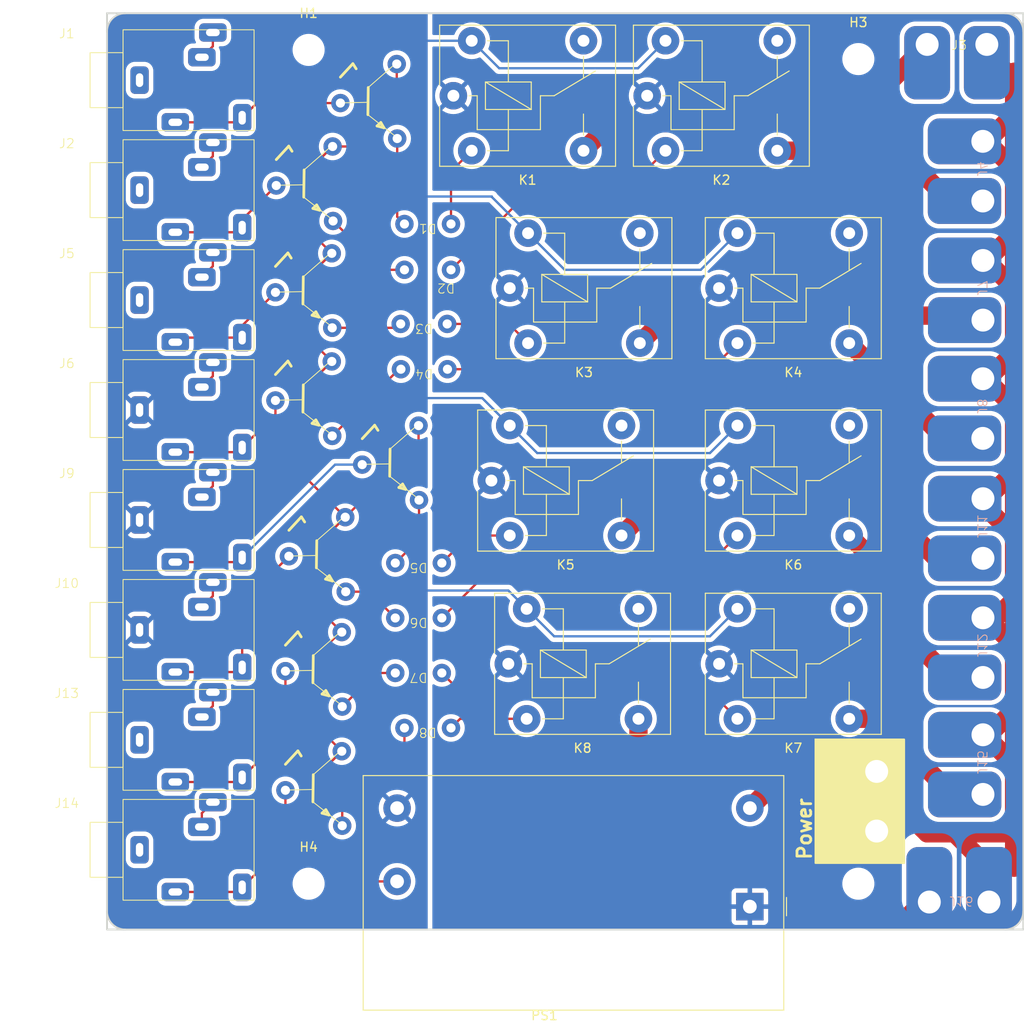
<source format=kicad_pcb>
(kicad_pcb (version 20221018) (generator pcbnew)
  (layers (0 "F.Cu" signal) (31 "B.Cu" signal) (34 "B.Paste" user) (35 "F.Paste" user) (36 "B.SilkS" user "B.Silkscreen") (37 "F.SilkS" user "F.Silkscreen") (38 "B.Mask" user) (39 "F.Mask" user) (44 "Edge.Cuts" user))
  (net 0 "")
  (net 1 "Net-(D1-K)")
  (net 2 "Net-(D1-A)")
  (net 3 "Net-(D2-K)")
  (net 4 "Net-(D2-A)")
  (net 5 "Net-(D3-K)")
  (net 6 "Net-(D3-A)")
  (net 7 "Net-(D4-K)")
  (net 8 "Net-(D4-A)")
  (net 9 "Net-(D5-K)")
  (net 10 "Net-(D5-A)")
  (net 11 "Net-(D6-K)")
  (net 12 "Net-(D6-A)")
  (net 13 "Net-(D7-K)")
  (net 14 "Net-(D7-A)")
  (net 15 "Net-(D8-K)")
  (net 16 "Net-(D8-A)")
  (net 17 "GND")
  (net 18 "Net-(Q1-B)")
  (net 19 "Net-(Q2-B)")
  (net 20 "GND2")
  (net 21 "Net-(Q3-B)")
  (net 22 "Net-(Q4-B)")
  (net 23 "Net-(Q5-B)")
  (net 24 "Net-(Q6-B)")
  (net 25 "Net-(Q7-B)")
  (net 26 "Net-(Q8-B)")
  (net 28 "VAC")
  (net 36 "+3.3V")
  (net 37 "Net-(J8-Pin_1)")
  (net 38 "Net-(J3-Pin_1)")
  (net 39 "Net-(J4-Pin_1)")
  (net 40 "Net-(J7-Pin_1)")
  (net 41 "Net-(J11-Pin_1)")
  (net 42 "Net-(J12-Pin_1)")
  (net 43 "Net-(J15-Pin_1)")
  (net 44 "Net-(J16-Pin_1)")
  (net 46 "unconnected-(J1-PadT)")
  (net 47 "unconnected-(J2-PadT)")
  (net 50 "unconnected-(J5-PadT)")
  (net 51 "unconnected-(J9-PadT)")
  (net 52 "unconnected-(J10-PadT)")
  (net 54 "unconnected-(J13-PadT)")
  (net 56 "unconnected-(J14-PadT)")
  (net 57 "unconnected-(J6-PadT)")
  (footprint "MidiToLight:klinke" (layer "F.Cu") (at 21.15 111.3)
    (fp_text reference "J13" (at -2.54 -5.08 unlocked) (layer "F.SilkS") (effects (font (thickness 0.1))))
    (fp_text value "AudioJack2_Ground")
    (pad "G" thru_hole roundrect (at 5.4 0) (size 2 3) (drill oval 0.8 1.5) (layers "*.Cu" "*.Mask"))
    (pad "S" thru_hole roundrect (at 9.3 4.6) (size 3 2) (drill oval 1.5 0.8) (layers "*.Cu" "*.Mask") (net 25 "Net-(Q7-B)"))
    (pad "S" thru_hole roundrect (at 16.6 4.1) (size 2 3) (drill oval 0.8 1.5) (layers "*.Cu" "*.Mask") (net 25 "Net-(Q7-B)"))
    (pad "T" thru_hole roundrect (at 12.2 -2.5) (size 3 2) (drill oval 1.5 0.8) (property pad_prop_castellated) (layers "*.Cu") (net 54 "unconnected-(J13-PadT)"))
    (pad "T" thru_hole roundrect (at 13.4 -5.2) (size 3 2) (drill oval 1.5 0.8) (layers "*.Cu" "*.Mask") (net 54 "unconnected-(J13-PadT)"))
  )
  (footprint "MidiToLight:Diode" (layer "F.Cu") (at 57.586623 65.906188 180)
    (fp_text reference "D3" (at 0 -0.5 180 unlocked) (layer "F.SilkS") (effects (font (thickness 0.1))))
    (fp_text value "D")
    (pad "1" thru_hole circle (at -2.54 0 180) (size 2 2) (drill 1) (layers "*.Cu" "*.Mask") (net 5 "Net-(D3-K)"))
    (pad "2" thru_hole circle (at 2.54 0 180) (size 2 2) (drill 1) (layers "*.Cu" "*.Mask") (net 6 "Net-(D3-A)"))
  )
  (footprint "MidiToLight:Transistor" (layer "F.Cu") (at 45.38 91.46 180)
    (fp_text reference "Q6" hide)
    (fp_text value "2N2219")
    (pad "1" thru_hole circle (at -3.67 -3.67 180) (size 2 2) (drill 1) (layers "*.Cu" "*.Mask") (net 12 "Net-(D6-A)"))
    (pad "2" thru_hole circle (at 2.53 0.2 180) (size 2 2) (drill 1) (layers "*.Cu" "*.Mask") (net 24 "Net-(Q6-B)"))
    (pad "3" thru_hole circle (at -3.62 4.46 180) (size 2 2) (drill 1) (layers "*.Cu" "*.Mask") (net 36 "+3.3V"))
  )
  (footprint "MidiToLight:klinke" (layer "F.Cu") (at 21.15 99.3)
    (fp_text reference "J10" (at -2.54 -5.08 unlocked) (layer "F.SilkS") (effects (font (thickness 0.1))))
    (fp_text value "AudioJack2_Ground")
    (pad "G" thru_hole roundrect (at 5.4 0) (size 2 3) (drill oval 0.8 1.5) (layers "*.Cu" "*.Mask") (net 17 "GND"))
    (pad "S" thru_hole roundrect (at 9.3 4.6) (size 3 2) (drill oval 1.5 0.8) (layers "*.Cu" "*.Mask") (net 24 "Net-(Q6-B)"))
    (pad "S" thru_hole roundrect (at 16.6 4.1) (size 2 3) (drill oval 0.8 1.5) (layers "*.Cu" "*.Mask") (net 24 "Net-(Q6-B)"))
    (pad "T" thru_hole roundrect (at 12.2 -2.5) (size 3 2) (drill oval 1.5 0.8) (property pad_prop_castellated) (layers "*.Cu") (net 52 "unconnected-(J10-PadT)"))
    (pad "T" thru_hole roundrect (at 13.4 -5.2) (size 3 2) (drill oval 1.5 0.8) (layers "*.Cu" "*.Mask") (net 52 "unconnected-(J10-PadT)"))
  )
  (footprint "MidiToLight:klinke" (layer "F.Cu") (at 21.15 87.3)
    (fp_text reference "J9" (at -2.54 -5.08 unlocked) (layer "F.SilkS") (effects (font (thickness 0.1))))
    (fp_text value "AudioJack2_Ground")
    (pad "G" thru_hole roundrect (at 5.4 0) (size 2 3) (drill oval 0.8 1.5) (layers "*.Cu" "*.Mask") (net 17 "GND"))
    (pad "S" thru_hole roundrect (at 9.3 4.6) (size 3 2) (drill oval 1.5 0.8) (layers "*.Cu" "*.Mask") (net 23 "Net-(Q5-B)"))
    (pad "S" thru_hole roundrect (at 16.6 4.1) (size 2 3) (drill oval 0.8 1.5) (layers "*.Cu" "*.Mask") (net 23 "Net-(Q5-B)"))
    (pad "T" thru_hole roundrect (at 12.2 -2.5) (size 3 2) (drill oval 1.5 0.8) (property pad_prop_castellated) (layers "*.Cu") (net 51 "unconnected-(J9-PadT)"))
    (pad "T" thru_hole roundrect (at 13.4 -5.2) (size 3 2) (drill oval 1.5 0.8) (layers "*.Cu" "*.Mask") (net 51 "unconnected-(J9-PadT)"))
  )
  (footprint "MidiToLight:Connector" (layer "F.Cu") (at 116 36)
    (fp_text reference "J3" (at 0 -0.5 unlocked) (layer "F.SilkS") (effects (font (thickness 0.1))))
    (fp_text value "Conn_01x02_Pin")
    (pad "1" thru_hole roundrect (at -3.49 -0.6 270) (size 8 5) (drill 2.5 (offset 2 0)) (layers "*.Cu" "*.Mask") (net 38 "Net-(J3-Pin_1)"))
    (pad "2" thru_hole roundrect (at 3.02 -0.6 270) (size 8 5) (drill 2.5 (offset 2 0)) (layers "*.Cu" "*.Mask") (net 28 "VAC"))
  )
  (footprint "MidiToLight:Transistor" (layer "F.Cu") (at 44 51 180)
    (fp_text reference "Q2" hide)
    (fp_text value "2N2219")
    (pad "1" thru_hole circle (at -3.67 -3.67 180) (size 2 2) (drill 1) (layers "*.Cu" "*.Mask") (net 4 "Net-(D2-A)"))
    (pad "2" thru_hole circle (at 2.53 0.2 180) (size 2 2) (drill 1) (layers "*.Cu" "*.Mask") (net 19 "Net-(Q2-B)"))
    (pad "3" thru_hole circle (at -3.62 4.46 180) (size 2 2) (drill 1) (layers "*.Cu" "*.Mask") (net 36 "+3.3V"))
  )
  (footprint "MidiToLight:klinke" (layer "F.Cu") (at 21.15 51.3)
    (fp_text reference "J2" (at -2.54 -5.08 unlocked) (layer "F.SilkS") (effects (font (thickness 0.1))))
    (fp_text value "AudioJack2_Ground")
    (pad "G" thru_hole roundrect (at 5.4 0) (size 2 3) (drill oval 0.8 1.5) (layers "*.Cu" "*.Mask"))
    (pad "S" thru_hole roundrect (at 9.3 4.6) (size 3 2) (drill oval 1.5 0.8) (layers "*.Cu" "*.Mask") (net 19 "Net-(Q2-B)"))
    (pad "S" thru_hole roundrect (at 16.6 4.1) (size 2 3) (drill oval 0.8 1.5) (layers "*.Cu" "*.Mask") (net 19 "Net-(Q2-B)"))
    (pad "T" thru_hole roundrect (at 12.2 -2.5) (size 3 2) (drill oval 1.5 0.8) (property pad_prop_castellated) (layers "*.Cu") (net 47 "unconnected-(J2-PadT)"))
    (pad "T" thru_hole roundrect (at 13.4 -5.2) (size 3 2) (drill oval 1.5 0.8) (layers "*.Cu" "*.Mask") (net 47 "unconnected-(J2-PadT)"))
  )
  (footprint "MountingHole:MountingHole_3mm" (layer "F.Cu") (at 45 127)
    (fp_text reference "H4" (at 0 -4) (layer "F.SilkS"))
    (fp_text value "MountingHole")
    (pad "" np_thru_hole circle (at 0 0) (size 3 3) (drill 3) (layers "*.Cu" "*.Mask"))
  )
  (footprint "MidiToLight:Diode" (layer "F.Cu") (at 58 60 180)
    (fp_text reference "D2" (at -2 -2 180 unlocked) (layer "F.SilkS") (effects (font (thickness 0.1))))
    (fp_text value "D")
    (pad "1" thru_hole circle (at -2.54 0 180) (size 2 2) (drill 1) (layers "*.Cu" "*.Mask") (net 3 "Net-(D2-K)"))
    (pad "2" thru_hole circle (at 2.54 0 180) (size 2 2) (drill 1) (layers "*.Cu" "*.Mask") (net 4 "Net-(D2-A)"))
  )
  (footprint "MidiToLight:Relay_SPDT_Finder_36.11" (layer "F.Cu") (at 89.8 83)
    (fp_text reference "K6" (at 8.1 9.2) (layer "F.SilkS"))
    (fp_text value "FINDER-36.11")
    (pad "11" thru_hole circle (at 0 0) (size 3 3) (drill 1.3) (layers "*.Cu" "*.Mask") (net 20 "GND2"))
    (pad "12" thru_hole circle (at 14.2 -6) (size 3 3) (drill 1.3) (layers "*.Cu" "*.Mask"))
    (pad "14" thru_hole circle (at 14.2 6) (size 3 3) (drill 1.3) (layers "*.Cu" "*.Mask") (net 42 "Net-(J12-Pin_1)"))
    (pad "A1" thru_hole circle (at 2 6) (size 3 3) (drill 1.3) (layers "*.Cu" "*.Mask") (net 11 "Net-(D6-K)"))
    (pad "A2" thru_hole circle (at 2 -6) (size 3 3) (drill 1.3) (layers "*.Cu" "*.Mask") (net 17 "GND"))
  )
  (footprint "MidiToLight:Diode" (layer "F.Cu") (at 58 55 180)
    (fp_text reference "D1" (at 0 -0.5 180 unlocked) (layer "F.SilkS") (effects (font (thickness 0.1))))
    (fp_text value "D")
    (pad "1" thru_hole circle (at -2.54 0 180) (size 2 2) (drill 1) (layers "*.Cu" "*.Mask") (net 1 "Net-(D1-K)"))
    (pad "2" thru_hole circle (at 2.54 0 180) (size 2 2) (drill 1) (layers "*.Cu" "*.Mask") (net 2 "Net-(D1-A)"))
  )
  (footprint "MidiToLight:Relay_SPDT_Finder_36.11" (layer "F.Cu") (at 66.8 103)
    (fp_text reference "K8" (at 8.1 9.2) (layer "F.SilkS"))
    (fp_text value "FINDER-36.11")
    (pad "11" thru_hole circle (at 0 0) (size 3 3) (drill 1.3) (layers "*.Cu" "*.Mask") (net 20 "GND2"))
    (pad "12" thru_hole circle (at 14.2 -6) (size 3 3) (drill 1.3) (layers "*.Cu" "*.Mask"))
    (pad "14" thru_hole circle (at 14.2 6) (size 3 3) (drill 1.3) (layers "*.Cu" "*.Mask") (net 44 "Net-(J16-Pin_1)"))
    (pad "A1" thru_hole circle (at 2 6) (size 3 3) (drill 1.3) (layers "*.Cu" "*.Mask") (net 15 "Net-(D8-K)"))
    (pad "A2" thru_hole circle (at 2 -6) (size 3 3) (drill 1.3) (layers "*.Cu" "*.Mask") (net 17 "GND"))
  )
  (footprint "MidiToLight:Relay_SPDT_Finder_36.11" (layer "F.Cu") (at 89.8 103)
    (fp_text reference "K7" (at 8.1 9.2) (layer "F.SilkS"))
    (fp_text value "FINDER-36.11")
    (pad "11" thru_hole circle (at 0 0) (size 3 3) (drill 1.3) (layers "*.Cu" "*.Mask") (net 20 "GND2"))
    (pad "12" thru_hole circle (at 14.2 -6) (size 3 3) (drill 1.3) (layers "*.Cu" "*.Mask"))
    (pad "14" thru_hole circle (at 14.2 6) (size 3 3) (drill 1.3) (layers "*.Cu" "*.Mask") (net 43 "Net-(J15-Pin_1)"))
    (pad "A1" thru_hole circle (at 2 6) (size 3 3) (drill 1.3) (layers "*.Cu" "*.Mask") (net 13 "Net-(D7-K)"))
    (pad "A2" thru_hole circle (at 2 -6) (size 3 3) (drill 1.3) (layers "*.Cu" "*.Mask") (net 17 "GND"))
  )
  (footprint "MidiToLight:Diode" (layer "F.Cu") (at 58 110 180)
    (fp_text reference "D8" (at 0 -0.5 180 unlocked) (layer "F.SilkS") (effects (font (thickness 0.1))))
    (fp_text value "D")
    (pad "1" thru_hole circle (at -2.54 0 180) (size 2 2) (drill 1) (layers "*.Cu" "*.Mask") (net 15 "Net-(D8-K)"))
    (pad "2" thru_hole circle (at 2.54 0 180) (size 2 2) (drill 1) (layers "*.Cu" "*.Mask") (net 16 "Net-(D8-A)"))
  )
  (footprint "MidiToLight:Transistor" (layer "F.Cu") (at 45 104 180)
    (fp_text reference "Q7" hide)
    (fp_text value "2N2219")
    (pad "1" thru_hole circle (at -3.67 -3.67 180) (size 2 2) (drill 1) (layers "*.Cu" "*.Mask") (net 14 "Net-(D7-A)"))
    (pad "2" thru_hole circle (at 2.53 0.2 180) (size 2 2) (drill 1) (layers "*.Cu" "*.Mask") (net 25 "Net-(Q7-B)"))
    (pad "3" thru_hole circle (at -3.62 4.46 180) (size 2 2) (drill 1) (layers "*.Cu" "*.Mask") (net 36 "+3.3V"))
  )
  (footprint "MidiToLight:Relay_SPDT_Finder_36.11" (layer "F.Cu") (at 60.8 41)
    (fp_text reference "K1" (at 8.1 9.2) (layer "F.SilkS"))
    (fp_text value "FINDER-36.11")
    (pad "11" thru_hole circle (at 0 0) (size 3 3) (drill 1.3) (layers "*.Cu" "*.Mask") (net 20 "GND2"))
    (pad "12" thru_hole circle (at 14.2 -6) (size 3 3) (drill 1.3) (layers "*.Cu" "*.Mask"))
    (pad "14" thru_hole circle (at 14.2 6) (size 3 3) (drill 1.3) (layers "*.Cu" "*.Mask") (net 38 "Net-(J3-Pin_1)"))
    (pad "A1" thru_hole circle (at 2 6) (size 3 3) (drill 1.3) (layers "*.Cu" "*.Mask") (net 1 "Net-(D1-K)"))
    (pad "A2" thru_hole circle (at 2 -6) (size 3 3) (drill 1.3) (layers "*.Cu" "*.Mask") (net 17 "GND"))
  )
  (footprint "MidiToLight:Transistor" (layer "F.Cu") (at 43.91 62.66 180)
    (fp_text reference "Q3" hide)
    (fp_text value "2N2219")
    (pad "1" thru_hole circle (at -3.67 -3.67 180) (size 2 2) (drill 1) (layers "*.Cu" "*.Mask") (net 6 "Net-(D3-A)"))
    (pad "2" thru_hole circle (at 2.53 0.2 180) (size 2 2) (drill 1) (layers "*.Cu" "*.Mask") (net 21 "Net-(Q3-B)"))
    (pad "3" thru_hole circle (at -3.62 4.46 180) (size 2 2) (drill 1) (layers "*.Cu" "*.Mask") (net 36 "+3.3V"))
  )
  (footprint "MidiToLight:Relay_SPDT_Finder_36.11" (layer "F.Cu") (at 64.95 83)
    (fp_text reference "K5" (at 8.1 9.2) (layer "F.SilkS"))
    (fp_text value "FINDER-36.11")
    (pad "11" thru_hole circle (at 0 0) (size 3 3) (drill 1.3) (layers "*.Cu" "*.Mask") (net 20 "GND2"))
    (pad "12" thru_hole circle (at 14.2 -6) (size 3 3) (drill 1.3) (layers "*.Cu" "*.Mask"))
    (pad "14" thru_hole circle (at 14.2 6) (size 3 3) (drill 1.3) (layers "*.Cu" "*.Mask") (net 41 "Net-(J11-Pin_1)"))
    (pad "A1" thru_hole circle (at 2 6) (size 3 3) (drill 1.3) (layers "*.Cu" "*.Mask") (net 9 "Net-(D5-K)"))
    (pad "A2" thru_hole circle (at 2 -6) (size 3 3) (drill 1.3) (layers "*.Cu" "*.Mask") (net 17 "GND"))
  )
  (footprint "MidiToLight:Relay_SPDT_Finder_36.11" (layer "F.Cu") (at 66.95 62)
    (fp_text reference "K3" (at 8.1 9.2) (layer "F.SilkS"))
    (fp_text value "FINDER-36.11")
    (pad "11" thru_hole circle (at 0 0) (size 3 3) (drill 1.3) (layers "*.Cu" "*.Mask") (net 20 "GND2"))
    (pad "12" thru_hole circle (at 14.2 -6) (size 3 3) (drill 1.3) (layers "*.Cu" "*.Mask"))
    (pad "14" thru_hole circle (at 14.2 6) (size 3 3) (drill 1.3) (layers "*.Cu" "*.Mask") (net 40 "Net-(J7-Pin_1)"))
    (pad "A1" thru_hole circle (at 2 6) (size 3 3) (drill 1.3) (layers "*.Cu" "*.Mask") (net 5 "Net-(D3-K)"))
    (pad "A2" thru_hole circle (at 2 -6) (size 3 3) (drill 1.3) (layers "*.Cu" "*.Mask") (net 17 "GND"))
  )
  (footprint "MidiToLight:klinke" (layer "F.Cu") (at 21.15 63.3)
    (fp_text reference "J5" (at -2.54 -5.08 unlocked) (layer "F.SilkS") (effects (font (thickness 0.1))))
    (fp_text value "AudioJack2_Ground")
    (pad "G" thru_hole roundrect (at 5.4 0) (size 2 3) (drill oval 0.8 1.5) (layers "*.Cu" "*.Mask"))
    (pad "S" thru_hole roundrect (at 9.3 4.6) (size 3 2) (drill oval 1.5 0.8) (layers "*.Cu" "*.Mask") (net 21 "Net-(Q3-B)"))
    (pad "S" thru_hole roundrect (at 16.6 4.1) (size 2 3) (drill oval 0.8 1.5) (layers "*.Cu" "*.Mask") (net 21 "Net-(Q3-B)"))
    (pad "T" thru_hole roundrect (at 12.2 -2.5) (size 3 2) (drill oval 1.5 0.8) (property pad_prop_castellated) (layers "*.Cu") (net 50 "unconnected-(J5-PadT)"))
    (pad "T" thru_hole roundrect (at 13.4 -5.2) (size 3 2) (drill oval 1.5 0.8) (layers "*.Cu" "*.Mask") (net 50 "unconnected-(J5-PadT)"))
  )
  (footprint "MidiToLight:klinke" (layer "F.Cu") (at 21.15 75.3)
    (fp_text reference "J6" (at -2.54 -5.08 unlocked) (layer "F.SilkS") (effects (font (thickness 0.1))))
    (fp_text value "AudioJack2_Ground")
    (pad "G" thru_hole roundrect (at 5.4 0) (size 2 3) (drill oval 0.8 1.5) (layers "*.Cu" "*.Mask") (net 17 "GND"))
    (pad "S" thru_hole roundrect (at 9.3 4.6) (size 3 2) (drill oval 1.5 0.8) (layers "*.Cu" "*.Mask") (net 22 "Net-(Q4-B)"))
    (pad "S" thru_hole roundrect (at 16.6 4.1) (size 2 3) (drill oval 0.8 1.5) (layers "*.Cu" "*.Mask") (net 22 "Net-(Q4-B)"))
    (pad "T" thru_hole roundrect (at 12.2 -2.5) (size 3 2) (drill oval 1.5 0.8) (property pad_prop_castellated) (layers "*.Cu") (net 57 "unconnected-(J6-PadT)"))
    (pad "T" thru_hole roundrect (at 13.4 -5.2) (size 3 2) (drill oval 1.5 0.8) (layers "*.Cu" "*.Mask") (net 57 "unconnected-(J6-PadT)"))
  )
  (footprint "MountingHole:MountingHole_3mm" (layer "F.Cu") (at 45 36)
    (fp_text reference "H1" (at 0 -4) (layer "F.SilkS"))
    (fp_text value "MountingHole")
    (pad "" np_thru_hole circle (at 0 0) (size 3 3) (drill 3) (layers "*.Cu" "*.Mask"))
  )
  (footprint "MidiToLight:Diode" (layer "F.Cu") (at 57 104 180)
    (fp_text reference "D7" (at 0 -0.5 180 unlocked) (layer "F.SilkS") (effects (font (thickness 0.1))))
    (fp_text value "D")
    (pad "1" thru_hole circle (at -2.54 0 180) (size 2 2) (drill 1) (layers "*.Cu" "*.Mask") (net 13 "Net-(D7-K)"))
    (pad "2" thru_hole circle (at 2.54 0 180) (size 2 2) (drill 1) (layers "*.Cu" "*.Mask") (net 14 "Net-(D7-A)"))
  )
  (footprint "MidiToLight:Diode" (layer "F.Cu") (at 57 92 180)
    (fp_text reference "D5" (at 0 -0.5 180 unlocked) (layer "F.SilkS") (effects (font (thickness 0.1))))
    (fp_text value "D")
    (pad "1" thru_hole circle (at -2.54 0 180) (size 2 2) (drill 1) (layers "*.Cu" "*.Mask") (net 9 "Net-(D5-K)"))
    (pad "2" thru_hole circle (at 2.54 0 180) (size 2 2) (drill 1) (layers "*.Cu" "*.Mask") (net 10 "Net-(D5-A)"))
  )
  (footprint "MidiToLight:Relay_SPDT_Finder_36.11" (layer "F.Cu") (at 81.95 41)
    (fp_text reference "K2" (at 8.1 9.2) (layer "F.SilkS"))
    (fp_text value "FINDER-36.11")
    (pad "11" thru_hole circle (at 0 0) (size 3 3) (drill 1.3) (layers "*.Cu" "*.Mask") (net 20 "GND2"))
    (pad "12" thru_hole circle (at 14.2 -6) (size 3 3) (drill 1.3) (layers "*.Cu" "*.Mask"))
    (pad "14" thru_hole circle (at 14.2 6) (size 3 3) (drill 1.3) (layers "*.Cu" "*.Mask") (net 39 "Net-(J4-Pin_1)"))
    (pad "A1" thru_hole circle (at 2 6) (size 3 3) (drill 1.3) (layers "*.Cu" "*.Mask") (net 3 "Net-(D2-K)"))
    (pad "A2" thru_hole circle (at 2 -6) (size 3 3) (drill 1.3) (layers "*.Cu" "*.Mask") (net 17 "GND"))
  )
  (footprint "MidiToLight:klinke" (layer "F.Cu") (at 21.15 39.3)
    (fp_text reference "J1" (at -2.54 -5.08 unlocked) (layer "F.SilkS") (effects (font (thickness 0.1))))
    (fp_text value "AudioJack2_Ground")
    (pad "G" thru_hole roundrect (at 5.4 0) (size 2 3) (drill oval 0.8 1.5) (layers "*.Cu" "*.Mask"))
    (pad "S" thru_hole roundrect (at 9.3 4.6) (size 3 2) (drill oval 1.5 0.8) (layers "*.Cu" "*.Mask") (net 18 "Net-(Q1-B)"))
    (pad "S" thru_hole roundrect (at 16.6 4.1) (size 2 3) (drill oval 0.8 1.5) (layers "*.Cu" "*.Mask") (net 18 "Net-(Q1-B)"))
    (pad "T" thru_hole roundrect (at 12.2 -2.5) (size 3 2) (drill oval 1.5 0.8) (property pad_prop_castellated) (layers "*.Cu") (net 46 "unconnected-(J1-PadT)"))
    (pad "T" thru_hole roundrect (at 13.4 -5.2) (size 3 2) (drill oval 1.5 0.8) (layers "*.Cu" "*.Mask") (net 46 "unconnected-(J1-PadT)"))
  )
  (footprint "MidiToLight:Diode" (layer "F.Cu") (at 57.615502 70.848713 180)
    (fp_text reference "D4" (at 0 -0.5 180 unlocked) (layer "F.SilkS") (effects (font (thickness 0.1))))
    (fp_text value "D")
    (pad "1" thru_hole circle (at -2.54 0 180) (size 2 2) (drill 1) (layers "*.Cu" "*.Mask") (net 7 "Net-(D4-K)"))
    (pad "2" thru_hole circle (at 2.54 0 180) (size 2 2) (drill 1) (layers "*.Cu" "*.Mask") (net 8 "Net-(D4-A)"))
  )
  (footprint "MidiToLight:Transistor" (layer "F.Cu") (at 51 42 180)
    (fp_text reference "Q1" hide)
    (fp_text value "2N2219")
    (pad "1" thru_hole circle (at -3.67 -3.67 180) (size 2 2) (drill 1) (layers "*.Cu" "*.Mask") (net 2 "Net-(D1-A)"))
    (pad "2" thru_hole circle (at 2.53 0.2 180) (size 2 2) (drill 1) (layers "*.Cu" "*.Mask") (net 18 "Net-(Q1-B)"))
    (pad "3" thru_hole circle (at -3.62 4.46 180) (size 2 2) (drill 1) (layers "*.Cu" "*.Mask") (net 36 "+3.3V"))
  )
  (footprint "MidiToLight:Connector" (layer "F.Cu") (at 106.4 118.235 -90)
    (fp_text reference "J17" (at 0 -0.5 -90 unlocked) (layer "F.SilkS") (effects (font (thickness 0.1))))
    (fp_text value "Conn_01x02_Pin")
    (pad "1" thru_hole roundrect (at -3.49 -0.6 180) (size 8 5) (drill 2.5 (offset 2 0)) (layers "*.Cu" "*.Mask") (net 28 "VAC"))
    (pad "2" thru_hole roundrect (at 3.02 -0.6 180) (size 8 5) (drill 2.5 (offset 2 0)) (layers "*.Cu" "*.Mask") (net 20 "GND2"))
  )
  (footprint "MidiToLight:Transistor" (layer "F.Cu") (at 53.38 81.46 180)
    (fp_text reference "Q5" hide)
    (fp_text value "2N2219")
    (pad "1" thru_hole circle (at -3.67 -3.67 180) (size 2 2) (drill 1) (layers "*.Cu" "*.Mask") (net 10 "Net-(D5-A)"))
    (pad "2" thru_hole circle (at 2.53 0.2 180) (size 2 2) (drill 1) (layers "*.Cu" "*.Mask") (net 23 "Net-(Q5-B)"))
    (pad "3" thru_hole circle (at -3.62 4.46 180) (size 2 2) (drill 1) (layers "*.Cu" "*.Mask") (net 36 "+3.3V"))
  )
  (footprint "MidiToLight:Diode" (layer "F.Cu") (at 57 98 180)
    (fp_text reference "D6" (at 0 -0.5 180 unlocked) (layer "F.SilkS") (effects (font (thickness 0.1))))
    (fp_text value "D")
    (pad "1" thru_hole circle (at -2.54 0 180) (size 2 2) (drill 1) (layers "*.Cu" "*.Mask") (net 11 "Net-(D6-K)"))
    (pad "2" thru_hole circle (at 2.54 0 180) (size 2 2) (drill 1) (layers "*.Cu" "*.Mask") (net 12 "Net-(D6-A)"))
  )
  (footprint "MidiToLight:klinke" (layer "F.Cu") (at 21.15 123.3)
    (fp_text reference "J14" (at -2.54 -5.08 unlocked) (layer "F.SilkS") (effects (font (thickness 0.1))))
    (fp_text value "AudioJack2_Ground")
    (pad "G" thru_hole roundrect (at 5.4 0) (size 2 3) (drill oval 0.8 1.5) (layers "*.Cu" "*.Mask"))
    (pad "S" thru_hole roundrect (at 9.3 4.6) (size 3 2) (drill oval 1.5 0.8) (layers "*.Cu" "*.Mask") (net 26 "Net-(Q8-B)"))
    (pad "S" thru_hole roundrect (at 16.6 4.1) (size 2 3) (drill oval 0.8 1.5) (layers "*.Cu" "*.Mask") (net 26 "Net-(Q8-B)"))
    (pad "T" thru_hole roundrect (at 12.2 -2.5) (size 3 2) (drill oval 1.5 0.8) (property pad_prop_castellated) (layers "*.Cu") (net 56 "unconnected-(J14-PadT)"))
    (pad "T" thru_hole roundrect (at 13.4 -5.2) (size 3 2) (drill oval 1.5 0.8) (layers "*.Cu" "*.Mask") (net 56 "unconnected-(J14-PadT)"))
  )
  (footprint "MountingHole:MountingHole_3mm" (layer "F.Cu") (at 105 127)
    (fp_text reference "H2" (at 0 -4) (layer "F.SilkS"))
    (fp_text value "MountingHole")
    (pad "" np_thru_hole circle (at 0 0) (size 3 3) (drill 3) (layers "*.Cu" "*.Mask"))
  )
  (footprint "MidiToLight:Relay_SPDT_Finder_36.11" (layer "F.Cu") (at 89.8 62)
    (fp_text reference "K4" (at 8.1 9.2) (layer "F.SilkS"))
    (fp_text value "FINDER-36.11")
    (pad "11" thru_hole circle (at 0 0) (size 3 3) (drill 1.3) (layers "*.Cu" "*.Mask") (net 20 "GND2"))
    (pad "12" thru_hole circle (at 14.2 -6) (size 3 3) (drill 1.3) (layers "*.Cu" "*.Mask"))
    (pad "14" thru_hole circle (at 14.2 6) (size 3 3) (drill 1.3) (layers "*.Cu" "*.Mask") (net 37 "Net-(J8-Pin_1)"))
    (pad "A1" thru_hole circle (at 2 6) (size 3 3) (drill 1.3) (layers "*.Cu" "*.Mask") (net 7 "Net-(D4-K)"))
    (pad "A2" thru_hole circle (at 2 -6) (size 3 3) (drill 1.3) (layers "*.Cu" "*.Mask") (net 17 "GND"))
  )
  (footprint "MidiToLight:Transistor" (layer "F.Cu") (at 45 117 180)
    (fp_text reference "Q8" hide)
    (fp_text value "2N2219")
    (pad "1" thru_hole circle (at -3.67 -3.67 180) (size 2 2) (drill 1) (layers "*.Cu" "*.Mask") (net 16 "Net-(D8-A)"))
    (pad "2" thru_hole circle (at 2.53 0.2 180) (size 2 2) (drill 1) (layers "*.Cu" "*.Mask") (net 26 "Net-(Q8-B)"))
    (pad "3" thru_hole circle (at -3.62 4.46 180) (size 2 2) (drill 1) (layers "*.Cu" "*.Mask") (net 36 "+3.3V"))
  )
  (footprint "MountingHole:MountingHole_3mm" (layer "F.Cu") (at 105 37)
    (fp_text reference "H3" (at 0 -4) (layer "F.SilkS"))
    (fp_text value "MountingHole")
    (pad "" np_thru_hole circle (at 0 0) (size 3 3) (drill 3) (layers "*.Cu" "*.Mask"))
  )
  (footprint "MidiToLight:Transistor" (layer "F.Cu") (at 43.91 74.46 180)
    (fp_text reference "Q4" hide)
    (fp_text value "2N2219")
    (pad "1" thru_hole circle (at -3.67 -3.67 180) (size 2 2) (drill 1) (layers "*.Cu" "*.Mask") (net 8 "Net-(D4-A)"))
    (pad "2" thru_hole circle (at 2.53 0.2 180) (size 2 2) (drill 1) (layers "*.Cu" "*.Mask") (net 22 "Net-(Q4-B)"))
    (pad "3" thru_hole circle (at -3.62 4.46 180) (size 2 2) (drill 1) (layers "*.Cu" "*.Mask") (net 36 "+3.3V"))
  )
  (footprint "MidiToLight:Converter_ACDC_MeanWell_IRM-05-xx_THT" (layer "F.Cu") (at 93.1575 129.5 180)
    (fp_text reference "PS1" (at 22.42 -11.88) (layer "F.SilkS"))
    (fp_text value "IRM-10-5")
    (pad "1" thru_hole rect (at 0 0 180) (size 3 3) (drill 1.5) (layers "*.Cu" "*.Mask") (net 20 "GND2"))
    (pad "2" thru_hole circle (at 0 10.75 180) (size 3 3) (drill 1.5) (layers "*.Cu" "*.Mask") (net 28 "VAC"))
    (pad "3" thru_hole circle (at 38.5 10.75 180) (size 3 3) (drill 1.5) (layers "*.Cu" "*.Mask") (net 17 "GND"))
    (pad "4" thru_hole circle (at 38.5 2.75 180) (size 3 3) (drill 1.5) (layers "*.Cu" "*.Mask") (net 36 "+3.3V"))
  )
  (footprint "MidiToLight:Connector" (layer "B.Cu") (at 118 113.765 90)
    (fp_text reference "J15" (at 0 0.5 270 unlocked) (layer "B.SilkS") (effects (font (thickness 0.1)) (justify mirror)))
    (fp_text value "Conn_01x02_Pin")
    (pad "1" thru_hole roundrect (at -3.49 0.6 180) (size 8 5) (drill 2.5 (offset 2 0)) (layers "*.Cu" "*.Mask") (net 43 "Net-(J15-Pin_1)"))
    (pad "2" thru_hole roundrect (at 3.02 0.6 180) (size 8 5) (drill 2.5 (offset 2 0)) (layers "*.Cu" "*.Mask") (net 28 "VAC"))
  )
  (footprint "MidiToLight:Connector" (layer "B.Cu") (at 117.984077 48.997134 90)
    (fp_text reference "J4" (at 0 0.5 270 unlocked) (layer "B.SilkS") (effects (font (thickness 0.1)) (justify mirror)))
    (fp_text value "Conn_01x02_Pin")
    (pad "1" thru_hole roundrect (at -3.49 0.6 180) (size 8 5) (drill 2.5 (offset 2 0)) (layers "*.Cu" "*.Mask") (net 39 "Net-(J4-Pin_1)"))
    (pad "2" thru_hole roundrect (at 3.02 0.6 180) (size 8 5) (drill 2.5 (offset 2 0)) (layers "*.Cu" "*.Mask") (net 28 "VAC"))
  )
  (footprint "MidiToLight:Connector" (layer "B.Cu") (at 117.982725 74.90691 90)
    (fp_text reference "J8" (at 0 0.5 270 unlocked) (layer "B.SilkS") (effects (font (thickness 0.1)) (justify mirror)))
    (fp_text value "Conn_01x02_Pin")
    (pad "1" thru_hole roundrect (at -3.49 0.6 180) (size 8 5) (drill 2.5 (offset 2 0)) (layers "*.Cu" "*.Mask") (net 37 "Net-(J8-Pin_1)"))
    (pad "2" thru_hole roundrect (at 3.02 0.6 180) (size 8 5) (drill 2.5 (offset 2 0)) (layers "*.Cu" "*.Mask") (net 28 "VAC"))
  )
  (footprint "MidiToLight:Connector" (layer "B.Cu") (at 118 101 90)
    (fp_text reference "J12" (at 0 0.5 270 unlocked) (layer "B.SilkS") (effects (font (thickness 0.1)) (justify mirror)))
    (fp_text value "Conn_01x02_Pin")
    (pad "1" thru_hole roundrect (at -3.49 0.6 180) (size 8 5) (drill 2.5 (offset 2 0)) (layers "*.Cu" "*.Mask") (net 42 "Net-(J12-Pin_1)"))
    (pad "2" thru_hole roundrect (at 3.02 0.6 180) (size 8 5) (drill 2.5 (offset 2 0)) (layers "*.Cu" "*.Mask") (net 28 "VAC"))
  )
  (footprint "MidiToLight:Connector" (layer "B.Cu") (at 118 88 90)
    (fp_text reference "J11" (at 0 0.5 270 unlocked) (layer "B.SilkS") (effects (font (thickness 0.1)) (justify mirror)))
    (fp_text value "Conn_01x02_Pin")
    (pad "1" thru_hole roundrect (at -3.49 0.6 180) (size 8 5) (drill 2.5 (offset 2 0)) (layers "*.Cu" "*.Mask") (net 41 "Net-(J11-Pin_1)"))
    (pad "2" thru_hole roundrect (at 3.02 0.6 180) (size 8 5) (drill 2.5 (offset 2 0)) (layers "*.Cu" "*.Mask") (net 28 "VAC"))
  )
  (footprint "MidiToLight:Connector" (layer "B.Cu") (at 118 62 90)
    (fp_text reference "J7" (at 0 0.5 270 unlocked) (layer "B.SilkS") (effects (font (thickness 0.1)) (justify mirror)))
    (fp_text value "Conn_01x02_Pin")
    (pad "1" thru_hole roundrect (at -3.49 0.6 180) (size 8 5) (drill 2.5 (offset 2 0)) (layers "*.Cu" "*.Mask") (net 40 "Net-(J7-Pin_1)"))
    (pad "2" thru_hole roundrect (at 3.02 0.6 180) (size 8 5) (drill 2.5 (offset 2 0)) (layers "*.Cu" "*.Mask") (net 28 "VAC"))
  )
  (footprint "MidiToLight:Connector" (layer "B.Cu") (at 116.235 128.4)
    (fp_text reference "J16" (at 0 0.5 180 unlocked) (layer "B.SilkS") (effects (font (thickness 0.1)) (justify mirror)))
    (fp_text value "Conn_01x02_Pin")
    (pad "1" thru_hole roundrect (at -3.49 0.6 90) (size 8 5) (drill 2.5 (offset 2 0)) (layers "*.Cu" "*.Mask") (net 44 "Net-(J16-Pin_1)"))
    (pad "2" thru_hole roundrect (at 3.02 0.6 90) (size 8 5) (drill 2.5 (offset 2 0)) (layers "*.Cu" "*.Mask") (net 28 "VAC"))
  )
  (gr_rect (start 100.320142 111.257459) (end 110 124.742541) (stroke (width 0.2)) (fill solid) (layer "F.SilkS"))
  (gr_arc (start 23 34) (mid 23.585786 32.585786) (end 25 32) (stroke (width 0.2)) (layer "Edge.Cuts"))
  (gr_arc (start 123 130) (mid 122.414214 131.414214) (end 121 132) (stroke (width 0.2)) (layer "Edge.Cuts"))
  (gr_arc (start 121 32) (mid 122.414214 32.585786) (end 123 34) (stroke (width 0.2)) (layer "Edge.Cuts"))
  (gr_arc (start 25 132) (mid 23.585786 131.414214) (end 23 130) (stroke (width 0.2)) (layer "Edge.Cuts"))
  (gr_rect (start 23 32) (end 123 132) (stroke (width 0.2)) (fill none) (layer "Edge.Cuts"))
  (gr_text "Power" (at 100 124.538108 90) (layer "F.SilkS") (effects (font (size 1.5 1.5) (thickness 0.3) bold) (justify left bottom)))
  (segment (start 60.54 55) (end 60.54 49.26) (width 0.25) (layer "F.Cu") (net 1))
  (segment (start 60.54 49.26) (end 62.8 47) (width 0.25) (layer "F.Cu") (net 1))
  (segment (start 54.67 54.21) (end 55.46 55) (width 0.25) (layer "F.Cu") (net 2))
  (segment (start 54.67 45.67) (end 54.67 54.21) (width 0.25) (layer "F.Cu") (net 2))
  (segment (start 69.54 51) (end 60.54 60) (width 0.25) (layer "F.Cu") (net 3))
  (segment (start 80 51) (end 69.54 51) (width 0.25) (layer "F.Cu") (net 3))
  (segment (start 83.95 47) (end 80 50.95) (width 0.25) (layer "F.Cu") (net 3))
  (segment (start 80 50.95) (end 80 51) (width 0.25) (layer "F.Cu") (net 3))
  (segment (start 53 60) (end 55.46 60) (width 0.25) (layer "F.Cu") (net 4))
  (segment (start 47.67 54.67) (end 53 60) (width 0.25) (layer "F.Cu") (net 4))
  (segment (start 66.856188 65.906188) (end 68.95 68) (width 0.25) (layer "F.Cu") (net 5))
  (segment (start 60.126623 65.906188) (end 66.856188 65.906188) (width 0.25) (layer "F.Cu") (net 5))
  (segment (start 47.58 66.33) (end 54.622811 66.33) (width 0.25) (layer "F.Cu") (net 6))
  (segment (start 54.622811 66.33) (end 55.046623 65.906188) (width 0.25) (layer "F.Cu") (net 6))
  (segment (start 91.8 68) (end 88.951287 70.848713) (width 0.25) (layer "F.Cu") (net 7))
  (segment (start 88.951287 70.848713) (end 60.155502 70.848713) (width 0.25) (layer "F.Cu") (net 7))
  (segment (start 47.58 78.13) (end 54.861287 70.848713) (width 0.25) (layer "F.Cu") (net 8))
  (segment (start 54.861287 70.848713) (end 55.075502 70.848713) (width 0.25) (layer "F.Cu") (net 8))
  (segment (start 59.54 92) (end 62.54 89) (width 0.25) (layer "F.Cu") (net 9))
  (segment (start 62.54 89) (end 66.95 89) (width 0.25) (layer "F.Cu") (net 9))
  (segment (start 57.05 85.13) (end 57.05 89.41) (width 0.25) (layer "F.Cu") (net 10))
  (segment (start 57.05 89.41) (end 54.46 92) (width 0.25) (layer "F.Cu") (net 10))
  (segment (start 91.8 89) (end 88 92.8) (width 0.25) (layer "F.Cu") (net 11))
  (segment (start 88 93) (end 64.54 93) (width 0.25) (layer "F.Cu") (net 11))
  (segment (start 64.54 93) (end 59.54 98) (width 0.25) (layer "F.Cu") (net 11))
  (segment (start 88 92.8) (end 88 93) (width 0.25) (layer "F.Cu") (net 11))
  (segment (start 51.59 95.13) (end 54.46 98) (width 0.25) (layer "F.Cu") (net 12))
  (segment (start 49.05 95.13) (end 51.59 95.13) (width 0.25) (layer "F.Cu") (net 12))
  (segment (start 61.54 106) (end 59.54 104) (width 0.25) (layer "F.Cu") (net 13))
  (segment (start 88.8 106) (end 61.54 106) (width 0.25) (layer "F.Cu") (net 13))
  (segment (start 91.8 109) (end 88.8 106) (width 0.25) (layer "F.Cu") (net 13))
  (segment (start 48.67 107.67) (end 52.34 104) (width 0.25) (layer "F.Cu") (net 14))
  (segment (start 52.34 104) (end 54.46 104) (width 0.25) (layer "F.Cu") (net 14))
  (segment (start 61.54 109) (end 60.54 110) (width 0.25) (layer "F.Cu") (net 15))
  (segment (start 68.8 109) (end 61.54 109) (width 0.25) (layer "F.Cu") (net 15))
  (segment (start 55.46 111.54) (end 48.67 118.33) (width 0.25) (layer "F.Cu") (net 16))
  (segment (start 48.67 118.33) (end 48.67 120.67) (width 0.25) (layer "F.Cu") (net 16))
  (segment (start 55.46 110) (end 55.46 111.54) (width 0.25) (layer "F.Cu") (net 16))
  (segment (start 88.8 100) (end 71.8 100) (width 0.25) (layer "B.Cu") (net 17))
  (segment (start 88.8 80) (end 69.95 80) (width 0.25) (layer "B.Cu") (net 17))
  (segment (start 71.8 100) (end 68.8 97) (width 0.25) (layer "B.Cu") (net 17))
  (segment (start 65 52.05) (end 65 52) (width 0.25) (layer "B.Cu") (net 17))
  (segment (start 68.8 97) (end 66.8 95) (width 0.25) (layer "B.Cu") (net 17))
  (segment (start 83.95 35) (end 80.95 38) (width 0.25) (layer "B.Cu") (net 17))
  (segment (start 66.95 77) (end 63.95 74) (width 0.25) (layer "B.Cu") (net 17))
  (segment (start 65.8 38) (end 62.8 35) (width 0.25) (layer "B.Cu") (net 17))
  (segment (start 91.8 77) (end 88.8 80) (width 0.25) (layer "B.Cu") (net 17))
  (segment (start 63.95 74) (end 56 74) (width 0.25) (layer "B.Cu") (net 17))
  (segment (start 68.95 56) (end 65 52.05) (width 0.25) (layer "B.Cu") (net 17))
  (segment (start 62.8 35) (end 57 35) (width 0.25) (layer "B.Cu") (net 17))
  (segment (start 80.95 38) (end 65.8 38) (width 0.25) (layer "B.Cu") (net 17))
  (segment (start 66.8 95) (end 56 95) (width 0.25) (layer "B.Cu") (net 17))
  (segment (start 65 52) (end 55 52) (width 0.25) (layer "B.Cu") (net 17))
  (segment (start 69.95 80) (end 66.95 77) (width 0.25) (layer "B.Cu") (net 17))
  (segment (start 91.8 56) (end 87.8 60) (width 0.25) (layer "B.Cu") (net 17))
  (segment (start 91.8 97) (end 88.8 100) (width 0.25) (layer "B.Cu") (net 17))
  (segment (start 87.8 60) (end 72.95 60) (width 0.25) (layer "B.Cu") (net 17))
  (segment (start 72.95 60) (end 68.95 56) (width 0.25) (layer "B.Cu") (net 17))
  (segment (start 37.25 43.9) (end 30.45 43.9) (width 0.25) (layer "F.Cu") (net 18))
  (segment (start 37.75 43.4) (end 37.25 43.9) (width 0.25) (layer "F.Cu") (net 18))
  (segment (start 48.47 41.8) (end 39.35 41.8) (width 0.25) (layer "F.Cu") (net 18))
  (segment (start 39.35 41.8) (end 37.75 43.4) (width 0.25) (layer "F.Cu") (net 18))
  (segment (start 37.75 55.4) (end 37.25 55.9) (width 0.25) (layer "F.Cu") (net 19))
  (segment (start 37.75 55.4) (end 37.75 54.52) (width 0.25) (layer "F.Cu") (net 19))
  (segment (start 37.75 54.52) (end 41.47 50.8) (width 0.25) (layer "F.Cu") (net 19))
  (segment (start 37.25 55.9) (end 30.45 55.9) (width 0.25) (layer "F.Cu") (net 19))
  (segment (start 37.75 66.09) (end 37.75 67.4) (width 0.25) (layer "F.Cu") (net 21))
  (segment (start 41.38 62.46) (end 37.75 66.09) (width 0.25) (layer "F.Cu") (net 21))
  (segment (start 37.75 67.4) (end 30.95 67.4) (width 0.25) (layer "F.Cu") (net 21))
  (segment (start 30.95 67.4) (end 30.45 67.9) (width 0.25) (layer "F.Cu") (net 21))
  (segment (start 41.38 75.77) (end 41.38 74.26) (width 0.25) (layer "F.Cu") (net 22))
  (segment (start 37.25 79.9) (end 37.75 79.4) (width 0.25) (layer "F.Cu") (net 22))
  (segment (start 37.75 79.4) (end 41.38 75.77) (width 0.25) (layer "F.Cu") (net 22))
  (segment (start 30.45 79.9) (end 37.25 79.9) (width 0.25) (layer "F.Cu") (net 22))
  (segment (start 37.25 91.9) (end 30.45 91.9) (width 0.25) (layer "F.Cu") (net 23))
  (segment (start 37.75 91.4) (end 37.25 91.9) (width 0.25) (layer "F.Cu") (net 23))
  (segment (start 50.85 81.26) (end 47.89 81.26) (width 0.25) (layer "B.Cu") (net 23))
  (segment (start 47.89 81.26) (end 37.75 91.4) (width 0.25) (layer "B.Cu") (net 23))
  (segment (start 37.75 103.4) (end 37.25 103.9) (width 0.25) (layer "F.Cu") (net 24))
  (segment (start 42.85 91.26) (end 37.75 96.36) (width 0.25) (layer "F.Cu") (net 24))
  (segment (start 37.25 103.9) (end 30.45 103.9) (width 0.25) (layer "F.Cu") (net 24))
  (segment (start 37.75 96.36) (end 37.75 103.4) (width 0.25) (layer "F.Cu") (net 24))
  (segment (start 30.45 115.9) (end 37.25 115.9) (width 0.25) (layer "F.Cu") (net 25))
  (segment (start 42.47 110.68) (end 37.75 115.4) (width 0.25) (layer "F.Cu") (net 25))
  (segment (start 42.47 103.8) (end 42.47 110.68) (width 0.25) (layer "F.Cu") (net 25))
  (segment (start 37.25 115.9) (end 37.75 115.4) (width 0.25) (layer "F.Cu") (net 25))
  (segment (start 42.47 116.8) (end 42.47 122.68) (width 0.25) (layer "F.Cu") (net 26))
  (segment (start 37.25 127.9) (end 37.75 127.4) (width 0.25) (layer "F.Cu") (net 26))
  (segment (start 30.45 127.9) (end 37.25 127.9) (width 0.25) (layer "F.Cu") (net 26))
  (segment (start 42.47 122.68) (end 37.75 127.4) (width 0.25) (layer "F.Cu") (net 26))
  (segment (start 122 68) (end 122 63) (width 2) (layer "F.Cu") (net 28))
  (segment (start 118.745 110.745) (end 115 110.745) (width 0.25) (layer "F.Cu") (net 28))
  (segment (start 107.745 114.745) (end 107 114.745) (width 0.76) (layer "F.Cu") (net 28))
  (segment (start 107 114.745) (end 97.1625 114.745) (width 2) (layer "F.Cu") (net 28))
  (segment (start 112.5 121.5) (end 115.5 121.5) (width 2) (layer "F.Cu") (net 28))
  (segment (start 122 125.255) (end 119.255 128) (width 0.762) (layer "F.Cu") (net 28))
  (segment (start 122 43) (end 122 38.38) (width 2) (layer "F.Cu") (net 28))
  (segment (start 115.02 71.98) (end 115 72) (width 0.762) (layer "F.Cu") (net 28))
  (segment (start 122 81) (end 122 76) (width 2) (layer "F.Cu") (net 28))
  (segment (start 119 72) (end 122 69) (width 2) (layer "F.Cu") (net 28))
  (segment (start 119.255 110.745) (end 122 108) (width 2) (layer "F.Cu") (net 28))
  (segment (start 122 49) (end 119 46) (width 2) (layer "F.Cu") (net 28))
  (segment (start 122 121) (end 122 125.255) (width 2) (layer "F.Cu") (net 28))
  (segment (start 118.745 110.745) (end 118.6 110.745) (width 0.762) (layer "F.Cu") (net 28))
  (segment (start 115.5 121.5) (end 119.255 125.255) (width 2) (layer "F.Cu") (net 28))
  (segment (start 122 108) (end 122 101) (width 2) (layer "F.Cu") (net 28))
  (segment (start 97.1625 114.745) (end 93.1575 118.75) (width 2) (layer "F.Cu") (net 28))
  (segment (start 122 101) (end 122 96) (width 2) (layer "F.Cu") (net 28))
  (segment (start 119.255 125.255) (end 119.255 128) (width 0.76) (layer "F.Cu") (net 28))
  (segment (start 115.5 121.5) (end 121.5 121.5) (width 2) (layer "F.Cu") (net 28))
  (segment (start 118.6 71.98) (end 115.02 71.98) (width 0.762) (layer "F.Cu") (net 28))
  (segment (start 122 114) (end 122 121) (width 2) (layer "F.Cu") (net 28))
  (segment (start 122 56) (end 122 63) (width 2) (layer "F.Cu") (net 28))
  (segment (start 122 68) (end 122 76) (width 2) (layer "F.Cu") (net 28))
  (segment (start 119 59) (end 122 56) (width 2) (layer "F.Cu") (net 28))
  (segment (start 122 114) (end 118.745 110.745) (width 2) (layer "F.Cu") (net 28))
  (segment (start 122 63) (end 122 62) (width 0.762) (layer "F.Cu") (net 28))
  (segment (start 122 49) (end 122 43) (width 2) (layer "F.Cu") (net 28))
  (segment (start 112 121) (end 112.5 121.5) (width 2) (layer "F.Cu") (net 28))
  (segment (start 122 101) (end 119 98) (width 2) (layer "F.Cu") (net 28))
  (segment (start 122 82) (end 122 81) (width 0.762) (layer "F.Cu") (net 28))
  (segment (start 119 46) (end 115 46) (width 0.76) (layer "F.Cu") (net 28))
  (segment (start 122 76) (end 122 75) (width 0.762) (layer "F.Cu") (net 28))
  (segment (start 119 85) (end 122 82) (width 2) (layer "F.Cu") (net 28))
  (segment (start 122 89) (end 118 85) (width 2) (layer "F.Cu") (net 28))
  (segment (start 115 98) (end 120 98) (width 0.25) (layer "F.Cu") (net 28))
  (segment (start 122 69) (end 122 68) (width 0.762) (layer "F.Cu") (net 28))
  (segment (start 122 43) (end 119 46) (width 2) (layer "F.Cu") (net 28))
  (segment (start 111 120) (end 112 121) (width 2) (layer "F.Cu") (net 28))
  (segment (start 115 110.745) (end 119.255 110.745) (width 0.25) (layer "F.Cu") (net 28))
  (segment (start 111 118) (end 111 120) (width 2) (layer "F.Cu") (net 28))
  (segment (start 122 56) (end 122 49) (width 2) (layer "F.Cu") (net 28))
  (segment (start 119 46) (end 118.6 46) (width 0.762) (layer "F.Cu") (net 28))
  (segment (start 122 108) (end 122 114) (width 2) (layer "F.Cu") (net 28))
  (segment (start 119 98) (end 115 98) (width 0.25) (layer "F.Cu") (net 28))
  (segment (start 121.5 121.5) (end 122 121) (width 2) (layer "F.Cu") (net 28))
  (segment (start 119 59) (end 115 59) (width 0.76) (layer "F.Cu") (net 28))
  (segment (start 115 85) (end 119 85) (width 0.25) (layer "F.Cu") (net 28))
  (segment (start 122 62) (end 119 59) (width 2) (layer "F.Cu") (net 28))
  (segment (start 111 118) (end 107.745 114.745) (width 2) (layer "F.Cu") (net 28))
  (segment (start 122 96) (end 122 89) (width 2) (layer "F.Cu") (net 28))
  (segment (start 122 38.38) (end 119.02 35.4) (width 0.762) (layer "F.Cu") (net 28))
  (segment (start 118.98 71.98) (end 118.6 71.98) (width 0.762) (layer "F.Cu") (net 28))
  (segment (start 122 75) (end 118.98 71.98) (width 2) (layer "F.Cu") (net 28))
  (segment (start 118 85) (end 115 85) (width 0.762) (layer "F.Cu") (net 28))
  (segment (start 120 98) (end 122 96) (width 2) (layer "F.Cu") (net 28))
  (segment (start 122 89) (end 122 81) (width 2) (layer "F.Cu") (net 28))
  (segment (start 49.46 46.54) (end 54.62 41.38) (width 0.25) (layer "F.Cu") (net 36))
  (segment (start 48.62 99.54) (end 45.08 96) (width 0.25) (layer "F.Cu") (net 36))
  (segment (start 48.62 112.54) (end 45 108.92) (width 0.25) (layer "F.Cu") (net 36))
  (segment (start 57 77) (end 57 79) (width 0.25) (layer "F.Cu") (net 36))
  (segment (start 50.75 126.75) (end 45 121) (width 0.25) (layer "F.Cu") (net 36))
  (segment (start 45 108.92) (end 45 103) (width 0.25) (layer "F.Cu") (net 36))
  (segment (start 48.46 99.54) (end 48.62 99.54) (width 0.25) (layer "F.Cu") (net 36))
  (segment (start 45 121) (end 45 116.16) (width 0.25) (layer "F.Cu") (net 36))
  (segment (start 44 73.53) (end 47.53 70) (width 0.25) (layer "F.Cu") (net 36))
  (segment (start 44 50) (end 44.16 50) (width 0.25) (layer "F.Cu") (net 36))
  (segment (start 44 54.67) (end 44 50) (width 0.25) (layer "F.Cu") (net 36))
  (segment (start 54.6575 126.75) (end 50.75 126.75) (width 0.25) (layer "F.Cu") (net 36))
  (segment (start 45.08 96) (end 45 96) (width 0.25) (layer "F.Cu") (net 36))
  (segment (start 47.53 70) (end 44 66.47) (width 0.25) (layer "F.Cu") (net 36))
  (segment (start 49 87) (end 44 82) (width 0.25) (layer "F.Cu") (net 36))
  (segment (start 45 103) (end 48.46 99.54) (width 0.25) (layer "F.Cu") (net 36))
  (segment (start 44 66.47) (end 44 61.73) (width 0.25) (layer "F.Cu") (net 36))
  (segment (start 45 96) (end 45 91) (width 0.25) (layer "F.Cu") (net 36))
  (segment (start 45 91) (end 49 87) (width 0.25) (layer "F.Cu") (net 36))
  (segment (start 45 116.16) (end 48.62 112.54) (width 0.25) (layer "F.Cu") (net 36))
  (segment (start 54.62 41.38) (end 54.62 37.54) (width 0.25) (layer "F.Cu") (net 36))
  (segment (start 44 61.73) (end 47.53 58.2) (width 0.25) (layer "F.Cu") (net 36))
  (segment (start 57 79) (end 49 87) (width 0.25) (layer "F.Cu") (net 36))
  (segment (start 47.53 58.2) (end 44 54.67) (width 0.25) (layer "F.Cu") (net 36))
  (segment (start 47.62 46.54) (end 49.46 46.54) (width 0.25) (layer "F.Cu") (net 36))
  (segment (start 44 82) (end 44 73.53) (width 0.25) (layer "F.Cu") (net 36))
  (segment (start 44.16 50) (end 47.62 46.54) (width 0.25) (layer "F.Cu") (net 36))
  (segment (start 114.51 78.51) (end 104 68) (width 2) (layer "F.Cu") (net 37))
  (segment (start 115 78.51) (end 114.51 78.51) (width 0.25) (layer "F.Cu") (net 37))
  (segment (start 103.91 44) (end 78 44) (width 2) (layer "F.Cu") (net 38))
  (segment (start 78 44) (end 75 47) (width 2) (layer "F.Cu") (net 38))
  (segment (start 112.51 35.4) (end 103.91 44) (width 2) (layer "F.Cu") (net 38))
  (segment (start 115 52.51) (end 109.49 47) (width 2) (layer "F.Cu") (net 39))
  (segment (start 109.49 47) (end 96.15 47) (width 2) (layer "F.Cu") (net 39))
  (segment (start 114.49 65) (end 84.15 65) (width 2) (layer "F.Cu") (net 40))
  (segment (start 115 65.51) (end 114.49 65) (width 2) (layer "F.Cu") (net 40))
  (segment (start 84.15 65) (end 83.64 65.51) (width 2) (layer "F.Cu") (net 40))
  (segment (start 83.64 65.51) (end 81.15 68) (width 2) (layer "F.Cu") (net 40))
  (segment (start 82.15 86) (end 79.15 89) (width 2) (layer "F.Cu") (net 41))
  (segment (start 113.49 91.49) (end 108 86) (width 2) (layer "F.Cu") (net 41))
  (segment (start 108 86) (end 82.15 86) (width 2) (layer "F.Cu") (net 41))
  (segment (start 118.6 91.49) (end 113.49 91.49) (width 0.25) (layer "F.Cu") (net 41))
  (segment (start 115 104.51) (end 109 98.51) (width 2) (layer "F.Cu") (net 42))
  (segment (start 109 98.51) (end 109 94) (width 2) (layer "F.Cu") (net 42))
  (segment (start 109 94) (end 104 89) (width 2) (layer "F.Cu") (net 42))
  (segment (start 115.255 117.255) (end 107 109) (width 2) (layer "F.Cu") (net 43))
  (segment (start 107 109) (end 104 109) (width 2) (layer "F.Cu") (net 43))
  (segment (start 118.6 117.255) (end 115.255 117.255) (width 0.25) (layer "F.Cu") (net 43))
  (segment (start 112.745 128.255) (end 110 131) (width 2) (layer "F.Cu") (net 44))
  (segment (start 110 131) (end 100 131) (width 2) (layer "F.Cu") (net 44))
  (segment (start 81 112) (end 81 109) (width 2) (layer "F.Cu") (net 44))
  (segment (start 112.745 128) (end 112.745 128.255) (width 0.25) (layer "F.Cu") (net 44))
  (segment (start 100 131) (end 81 112) (width 2) (layer "F.Cu") (net 44))
  (segment (start 34.55 34.1) (end 34.55 35.6) (width 0.25) (layer "F.Cu") (net 46))
  (segment (start 34.55 35.6) (end 33.35 36.8) (width 0.25) (layer "F.Cu") (net 46))
  (segment (start 34.55 46.1) (end 34.55 47.6) (width 0.25) (layer "F.Cu") (net 47))
  (segment (start 34.55 47.6) (end 33.35 48.8) (width 0.25) (layer "F.Cu") (net 47))
  (segment (start 34.55 59.6) (end 33.35 60.8) (width 0.25) (layer "F.Cu") (net 50))
  (segment (start 34.55 58.1) (end 34.55 59.6) (width 0.25) (layer "F.Cu") (net 50))
  (segment (start 34.55 82.1) (end 34.55 83.6) (width 0.25) (layer "F.Cu") (net 51))
  (segment (start 34.55 83.6) (end 33.35 84.8) (width 0.25) (layer "F.Cu") (net 51))
  (segment (start 34.55 94.1) (end 34.55 95.6) (width 0.25) (layer "F.Cu") (net 52))
  (segment (start 34.55 95.6) (end 33.35 96.8) (width 0.25) (layer "F.Cu") (net 52))
  (segment (start 34.55 106.1) (end 34.55 107.6) (width 0.25) (layer "F.Cu") (net 54))
  (segment (start 34.55 107.6) (end 33.35 108.8) (width 0.25) (layer "F.Cu") (net 54))
  (segment (start 33.35 119.3) (end 33.35 120.8) (width 0.25) (layer "F.Cu") (net 56))
  (segment (start 34.55 118.1) (end 33.35 119.3) (width 0.25) (layer "F.Cu") (net 56))
  (segment (start 34.55 70.1) (end 34.55 71.6) (width 0.25) (layer "F.Cu") (net 57))
  (segment (start 34.55 71.6) (end 33.35 72.8) (width 0.25) (layer "F.Cu") (net 57))
  (zone (net 20) (net_name "GND2") (layer "B.Cu") (connect_pads (clearance 0.5)) (min_thickness 0.25) (fill yes (thermal_gap 0.5) (thermal_bridge_width 0.5))
    (polygon (pts (xy 123 132) (xy 123 32) (xy 58 32) (xy 58 132)))
  )
  (zone (net 17) (net_name "GND") (layer "B.Cu") (priority 1) (connect_pads (clearance 0.5)) (min_thickness 0.25) (fill yes (thermal_gap 0.5) (thermal_bridge_width 0.5))
    (polygon (pts (xy 23 132) (xy 58 132) (xy 58 32) (xy 23 32)))
  )
)
</source>
